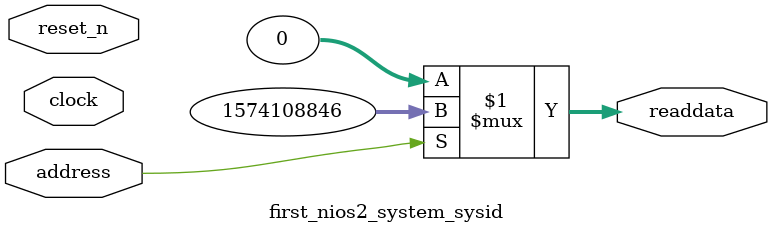
<source format=v>



// synthesis translate_off
`timescale 1ns / 1ps
// synthesis translate_on

// turn off superfluous verilog processor warnings 
// altera message_level Level1 
// altera message_off 10034 10035 10036 10037 10230 10240 10030 

module first_nios2_system_sysid (
               // inputs:
                address,
                clock,
                reset_n,

               // outputs:
                readdata
             )
;

  output  [ 31: 0] readdata;
  input            address;
  input            clock;
  input            reset_n;

  wire    [ 31: 0] readdata;
  //control_slave, which is an e_avalon_slave
  assign readdata = address ? 1574108846 : 0;

endmodule



</source>
